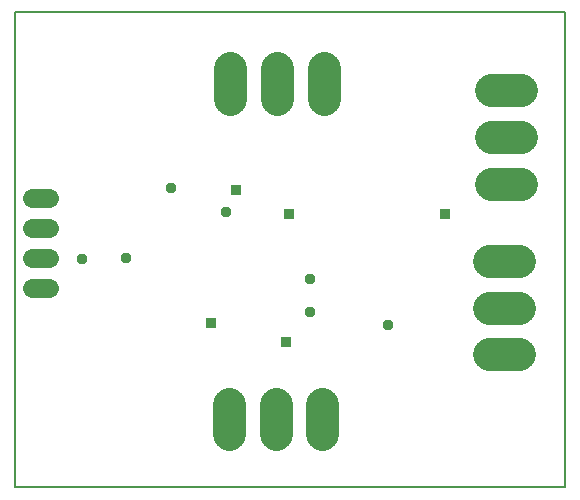
<source format=gbs>
G75*
%MOIN*%
%OFA0B0*%
%FSLAX25Y25*%
%IPPOS*%
%LPD*%
%AMOC8*
5,1,8,0,0,1.08239X$1,22.5*
%
%ADD10C,0.00600*%
%ADD11C,0.10839*%
%ADD12C,0.06400*%
%ADD13C,0.03778*%
%ADD14R,0.03778X0.03778*%
D10*
X0035757Y0001300D02*
X0035757Y0159568D01*
X0219221Y0159568D01*
X0219221Y0001300D01*
X0035757Y0001300D01*
D11*
X0107135Y0018997D02*
X0107135Y0029036D01*
X0122725Y0029036D02*
X0122725Y0018997D01*
X0138316Y0018997D02*
X0138316Y0029036D01*
X0193965Y0045552D02*
X0204005Y0045552D01*
X0204005Y0061143D02*
X0193965Y0061143D01*
X0193965Y0076733D02*
X0204005Y0076733D01*
X0204398Y0102520D02*
X0194359Y0102520D01*
X0194359Y0118111D02*
X0204398Y0118111D01*
X0204398Y0133702D02*
X0194359Y0133702D01*
X0138788Y0130847D02*
X0138788Y0140887D01*
X0123198Y0140887D02*
X0123198Y0130847D01*
X0107607Y0130847D02*
X0107607Y0140887D01*
D12*
X0047100Y0097835D02*
X0041500Y0097835D01*
X0041500Y0087835D02*
X0047100Y0087835D01*
X0047100Y0077835D02*
X0041500Y0077835D01*
X0041500Y0067835D02*
X0047100Y0067835D01*
D13*
X0058198Y0077284D03*
X0072765Y0077678D03*
X0087725Y0100906D03*
X0106229Y0093032D03*
X0134182Y0070591D03*
X0134182Y0059568D03*
X0160166Y0055237D03*
D14*
X0126308Y0049725D03*
X0101111Y0056024D03*
X0127095Y0092245D03*
X0109379Y0100513D03*
X0179064Y0092245D03*
M02*

</source>
